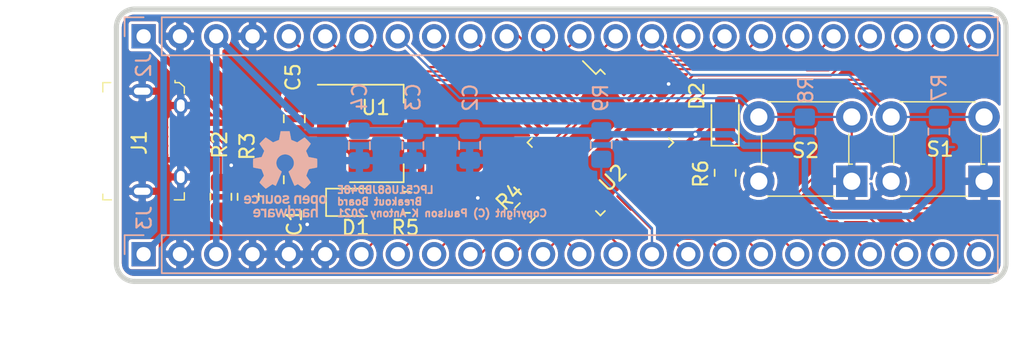
<source format=kicad_pcb>
(kicad_pcb (version 20171130) (host pcbnew "(5.1.10)-1")
  (layers (0 F.Cu signal) (31 B.Cu signal) (34 B.Paste user) (35 F.Paste user) (36 B.SilkS user) (37 F.SilkS user) (38 B.Mask user) (39 F.Mask user) (44 Edge.Cuts user))
  (net 0 "")
  (net 1 GND)
  (net 2 /VBUS)
  (net 3 +3V3)
  (net 4 "Net-(D1-Pad2)")
  (net 5 "Net-(D2-Pad1)")
  (net 6 "Net-(J1-Pad3)")
  (net 7 "Net-(J1-Pad4)")
  (net 8 "Net-(J1-Pad2)")
  (net 9 /PIO1_2)
  (net 10 /PIO1_1)
  (net 11 /PIO1_0)
  (net 12 /PIO0_31)
  (net 13 /PIO0_30)
  (net 14 /PIO0_29)
  (net 15 /PIO0_26)
  (net 16 /PIO0_25)
  (net 17 /PIO0_24)
  (net 18 /PIO0_23)
  (net 19 /~RESET~)
  (net 20 /PIO0_22)
  (net 21 /PIO0_21)
  (net 22 /PIO0_20)
  (net 23 /PIO0_19)
  (net 24 /PIO0_18)
  (net 25 /PIO0_17)
  (net 26 /PIO0_16)
  (net 27 /PIO0_15)
  (net 28 /PIO0_14)
  (net 29 /PIO0_13)
  (net 30 /PIO0_12)
  (net 31 /PIO0_11)
  (net 32 /PIO0_10)
  (net 33 /PIO0_9)
  (net 34 /PIO0_8)
  (net 35 /PIO0_7)
  (net 36 /PIO0_6)
  (net 37 /PIO0_5)
  (net 38 /PIO0_4)
  (net 39 /PIO0_1)
  (net 40 /PIO0_0)
  (net 41 /PIO1_8)
  (net 42 /PIO1_7)
  (net 43 /PIO1_6)
  (net 44 /PIO1_5)
  (net 45 /PIO1_4)
  (net 46 /PIO1_3)
  (net 47 /USB_DP)
  (net 48 /USB_DM)
  (net 49 /RTCXOUT)
  (module Symbol:OSHW-Logo_5.7x6mm_SilkScreen (layer B.Cu) (at 185.801 159.512 180)
    (fp_text reference REF** hide)
    (fp_text value OSHW-Logo_5.7x6mm_SilkScreen hide)
  )
  (module Resistor_SMD:R_0805_2012Metric_Pad1.20x1.40mm_HandSolder (layer F.Cu) (at 202.57262 162.20694 225)
    (fp_text reference R4 (at -0.028737 1.569749 45) (layer F.SilkS))
    (fp_text value 3K3)
    (pad 2 smd roundrect (at 1 0 225) (size 1.2 1.4) (layers F.Cu F.Paste F.Mask) (roundrect_rratio 0.208333) (net 43 /PIO1_6))
    (pad 1 smd roundrect (at -1 0 225) (size 1.2 1.4) (layers F.Cu F.Paste F.Mask) (roundrect_rratio 0.208333) (net 3 +3V3))
  )
  (module Capacitor_SMD:C_0805_2012Metric_Pad1.18x1.45mm_HandSolder (layer F.Cu) (at 186.436 159.893 270)
    (fp_text reference C1 (at 2.9757 -0.00762 270) (layer F.SilkS))
    (fp_text value 10uF)
    (pad 2 smd roundrect (at 1.0375 0 270) (size 1.175 1.45) (layers F.Cu F.Paste F.Mask) (roundrect_rratio 0.212766) (net 1 GND))
    (pad 1 smd roundrect (at -1.0375 0 270) (size 1.175 1.45) (layers F.Cu F.Paste F.Mask) (roundrect_rratio 0.212766) (net 2 /VBUS))
  )
  (module Capacitor_SMD:C_0805_2012Metric_Pad1.18x1.45mm_HandSolder (layer B.Cu) (at 198.70166 157.49778 270)
    (fp_text reference C2 (at -3.34264 -0.04064 270) (layer B.SilkS) (effects (justify mirror)))
    (fp_text value 1uF)
    (pad 1 smd roundrect (at -1.0375 0 270) (size 1.175 1.45) (layers B.Cu B.Paste B.Mask) (roundrect_rratio 0.212766) (net 3 +3V3))
    (pad 2 smd roundrect (at 1.0375 0 270) (size 1.175 1.45) (layers B.Cu B.Paste B.Mask) (roundrect_rratio 0.212766) (net 1 GND))
  )
  (module Capacitor_SMD:C_0805_2012Metric_Pad1.18x1.45mm_HandSolder (layer B.Cu) (at 194.73164 157.51302 270)
    (fp_text reference C3 (at -3.39598 -0.01524 270) (layer B.SilkS) (effects (justify mirror)))
    (fp_text value 1uF)
    (pad 1 smd roundrect (at -1.0375 0 270) (size 1.175 1.45) (layers B.Cu B.Paste B.Mask) (roundrect_rratio 0.212766) (net 3 +3V3))
    (pad 2 smd roundrect (at 1.0375 0 270) (size 1.175 1.45) (layers B.Cu B.Paste B.Mask) (roundrect_rratio 0.212766) (net 1 GND))
  )
  (module Capacitor_SMD:C_0805_2012Metric_Pad1.18x1.45mm_HandSolder (layer B.Cu) (at 190.99022 157.51302 270)
    (fp_text reference C4 (at -3.429 -0.01524 270) (layer B.SilkS) (effects (justify mirror)))
    (fp_text value 1uF)
    (pad 2 smd roundrect (at 1.0375 0 270) (size 1.175 1.45) (layers B.Cu B.Paste B.Mask) (roundrect_rratio 0.212766) (net 1 GND))
    (pad 1 smd roundrect (at -1.0375 0 270) (size 1.175 1.45) (layers B.Cu B.Paste B.Mask) (roundrect_rratio 0.212766) (net 3 +3V3))
  )
  (module Capacitor_SMD:C_0805_2012Metric_Pad1.18x1.45mm_HandSolder (layer F.Cu) (at 186.436 155.62462 90)
    (fp_text reference C5 (at 2.8995 -0.0889 90) (layer F.SilkS))
    (fp_text value 22uF)
    (pad 1 smd roundrect (at -1.0375 0 90) (size 1.175 1.45) (layers F.Cu F.Paste F.Mask) (roundrect_rratio 0.212766) (net 3 +3V3))
    (pad 2 smd roundrect (at 1.0375 0 90) (size 1.175 1.45) (layers F.Cu F.Paste F.Mask) (roundrect_rratio 0.212766) (net 1 GND))
  )
  (module digikey-footprints:USB_Micro_B_Female_10118194-0001LF (layer F.Cu) (at 178.492 157.199 270)
    (fp_text reference J1 (at 0.1 2.9 90) (layer F.SilkS))
    (fp_text value 10118194-0001LF)
    (pad 3 smd rect (at 0 0 270) (size 0.4 1.35) (layers F.Cu F.Paste F.Mask) (net 6 "Net-(J1-Pad3)"))
    (pad 4 smd rect (at 0.65 0 270) (size 0.4 1.35) (layers F.Cu F.Paste F.Mask) (net 7 "Net-(J1-Pad4)"))
    (pad 5 smd rect (at 1.3 0 270) (size 0.4 1.35) (layers F.Cu F.Paste F.Mask) (net 1 GND))
    (pad 2 smd rect (at -0.65 0 270) (size 0.4 1.35) (layers F.Cu F.Paste F.Mask) (net 8 "Net-(J1-Pad2)"))
    (pad 1 smd rect (at -1.3 0 270) (size 0.4 1.35) (layers F.Cu F.Paste F.Mask) (net 2 /VBUS))
    (pad SH thru_hole oval (at 2.5 0 270) (size 1.25 0.95) (drill oval 0.85 0.55) (layers *.Cu *.Mask) (net 1 GND))
    (pad SH thru_hole oval (at -2.5 0 270) (size 1.25 0.95) (drill oval 0.85 0.55) (layers *.Cu *.Mask) (net 1 GND))
    (pad SH thru_hole oval (at -3.5 2.7 270) (size 1 1.55) (drill oval 0.5 1.15) (layers *.Cu *.Mask) (net 1 GND))
    (pad SH thru_hole oval (at 3.5 2.7 270) (size 1 1.55) (drill oval 0.5 1.15) (layers *.Cu *.Mask) (net 1 GND))
  )
  (module Connector_PinHeader_2.54mm:PinHeader_1x24_P2.54mm_Vertical (layer B.Cu) (at 175.895 149.86 270)
    (fp_text reference J2 (at 2.03454 0 270) (layer B.SilkS) (effects (justify mirror)))
    (fp_text value Conn_01x24)
    (pad 1 thru_hole rect (at 0 0 270) (size 1.7 1.7) (drill 1) (layers *.Cu *.Mask) (net 2 /VBUS))
    (pad 2 thru_hole oval (at 0 -2.54 270) (size 1.7 1.7) (drill 1) (layers *.Cu *.Mask) (net 1 GND))
    (pad 3 thru_hole oval (at 0 -5.08 270) (size 1.7 1.7) (drill 1) (layers *.Cu *.Mask) (net 3 +3V3))
    (pad 4 thru_hole oval (at 0 -7.62 270) (size 1.7 1.7) (drill 1) (layers *.Cu *.Mask) (net 1 GND))
    (pad 5 thru_hole oval (at 0 -10.16 270) (size 1.7 1.7) (drill 1) (layers *.Cu *.Mask) (net 9 /PIO1_2))
    (pad 6 thru_hole oval (at 0 -12.7 270) (size 1.7 1.7) (drill 1) (layers *.Cu *.Mask) (net 10 /PIO1_1))
    (pad 7 thru_hole oval (at 0 -15.24 270) (size 1.7 1.7) (drill 1) (layers *.Cu *.Mask) (net 11 /PIO1_0))
    (pad 8 thru_hole oval (at 0 -17.78 270) (size 1.7 1.7) (drill 1) (layers *.Cu *.Mask) (net 12 /PIO0_31))
    (pad 9 thru_hole oval (at 0 -20.32 270) (size 1.7 1.7) (drill 1) (layers *.Cu *.Mask) (net 13 /PIO0_30))
    (pad 10 thru_hole oval (at 0 -22.86 270) (size 1.7 1.7) (drill 1) (layers *.Cu *.Mask) (net 14 /PIO0_29))
    (pad 11 thru_hole oval (at 0 -25.4 270) (size 1.7 1.7) (drill 1) (layers *.Cu *.Mask) (net 15 /PIO0_26))
    (pad 12 thru_hole oval (at 0 -27.94 270) (size 1.7 1.7) (drill 1) (layers *.Cu *.Mask) (net 16 /PIO0_25))
    (pad 13 thru_hole oval (at 0 -30.48 270) (size 1.7 1.7) (drill 1) (layers *.Cu *.Mask) (net 17 /PIO0_24))
    (pad 14 thru_hole oval (at 0 -33.02 270) (size 1.7 1.7) (drill 1) (layers *.Cu *.Mask) (net 18 /PIO0_23))
    (pad 15 thru_hole oval (at 0 -35.56 270) (size 1.7 1.7) (drill 1) (layers *.Cu *.Mask) (net 19 /~RESET~))
    (pad 16 thru_hole oval (at 0 -38.1 270) (size 1.7 1.7) (drill 1) (layers *.Cu *.Mask) (net 20 /PIO0_22))
    (pad 17 thru_hole oval (at 0 -40.64 270) (size 1.7 1.7) (drill 1) (layers *.Cu *.Mask) (net 21 /PIO0_21))
    (pad 18 thru_hole oval (at 0 -43.18 270) (size 1.7 1.7) (drill 1) (layers *.Cu *.Mask) (net 22 /PIO0_20))
    (pad 19 thru_hole oval (at 0 -45.72 270) (size 1.7 1.7) (drill 1) (layers *.Cu *.Mask) (net 23 /PIO0_19))
    (pad 20 thru_hole oval (at 0 -48.26 270) (size 1.7 1.7) (drill 1) (layers *.Cu *.Mask) (net 24 /PIO0_18))
    (pad 21 thru_hole oval (at 0 -50.8 270) (size 1.7 1.7) (drill 1) (layers *.Cu *.Mask) (net 25 /PIO0_17))
    (pad 22 thru_hole oval (at 0 -53.34 270) (size 1.7 1.7) (drill 1) (layers *.Cu *.Mask) (net 26 /PIO0_16))
    (pad 23 thru_hole oval (at 0 -55.88 270) (size 1.7 1.7) (drill 1) (layers *.Cu *.Mask) (net 27 /PIO0_15))
    (pad 24 thru_hole oval (at 0 -58.42 270) (size 1.7 1.7) (drill 1) (layers *.Cu *.Mask) (net 28 /PIO0_14))
  )
  (module Connector_PinHeader_2.54mm:PinHeader_1x24_P2.54mm_Vertical (layer B.Cu) (at 175.895 165.1 270)
    (fp_text reference J3 (at -2.53238 -0.04318 270) (layer B.SilkS) (effects (justify mirror)))
    (fp_text value Conn_01x24)
    (pad 24 thru_hole oval (at 0 -58.42 270) (size 1.7 1.7) (drill 1) (layers *.Cu *.Mask) (net 29 /PIO0_13))
    (pad 23 thru_hole oval (at 0 -55.88 270) (size 1.7 1.7) (drill 1) (layers *.Cu *.Mask) (net 30 /PIO0_12))
    (pad 22 thru_hole oval (at 0 -53.34 270) (size 1.7 1.7) (drill 1) (layers *.Cu *.Mask) (net 31 /PIO0_11))
    (pad 21 thru_hole oval (at 0 -50.8 270) (size 1.7 1.7) (drill 1) (layers *.Cu *.Mask) (net 32 /PIO0_10))
    (pad 20 thru_hole oval (at 0 -48.26 270) (size 1.7 1.7) (drill 1) (layers *.Cu *.Mask) (net 33 /PIO0_9))
    (pad 19 thru_hole oval (at 0 -45.72 270) (size 1.7 1.7) (drill 1) (layers *.Cu *.Mask) (net 34 /PIO0_8))
    (pad 18 thru_hole oval (at 0 -43.18 270) (size 1.7 1.7) (drill 1) (layers *.Cu *.Mask) (net 35 /PIO0_7))
    (pad 17 thru_hole oval (at 0 -40.64 270) (size 1.7 1.7) (drill 1) (layers *.Cu *.Mask) (net 36 /PIO0_6))
    (pad 16 thru_hole oval (at 0 -38.1 270) (size 1.7 1.7) (drill 1) (layers *.Cu *.Mask) (net 37 /PIO0_5))
    (pad 15 thru_hole oval (at 0 -35.56 270) (size 1.7 1.7) (drill 1) (layers *.Cu *.Mask) (net 38 /PIO0_4))
    (pad 14 thru_hole oval (at 0 -33.02 270) (size 1.7 1.7) (drill 1) (layers *.Cu *.Mask) (net 39 /PIO0_1))
    (pad 13 thru_hole oval (at 0 -30.48 270) (size 1.7 1.7) (drill 1) (layers *.Cu *.Mask) (net 40 /PIO0_0))
    (pad 12 thru_hole oval (at 0 -27.94 270) (size 1.7 1.7) (drill 1) (layers *.Cu *.Mask) (net 41 /PIO1_8))
    (pad 11 thru_hole oval (at 0 -25.4 270) (size 1.7 1.7) (drill 1) (layers *.Cu *.Mask) (net 42 /PIO1_7))
    (pad 10 thru_hole oval (at 0 -22.86 270) (size 1.7 1.7) (drill 1) (layers *.Cu *.Mask) (net 43 /PIO1_6))
    (pad 9 thru_hole oval (at 0 -20.32 270) (size 1.7 1.7) (drill 1) (layers *.Cu *.Mask) (net 44 /PIO1_5))
    (pad 8 thru_hole oval (at 0 -17.78 270) (size 1.7 1.7) (drill 1) (layers *.Cu *.Mask) (net 45 /PIO1_4))
    (pad 7 thru_hole oval (at 0 -15.24 270) (size 1.7 1.7) (drill 1) (layers *.Cu *.Mask) (net 46 /PIO1_3))
    (pad 6 thru_hole oval (at 0 -12.7 270) (size 1.7 1.7) (drill 1) (layers *.Cu *.Mask) (net 1 GND))
    (pad 5 thru_hole oval (at 0 -10.16 270) (size 1.7 1.7) (drill 1) (layers *.Cu *.Mask) (net 1 GND))
    (pad 4 thru_hole oval (at 0 -7.62 270) (size 1.7 1.7) (drill 1) (layers *.Cu *.Mask) (net 1 GND))
    (pad 3 thru_hole oval (at 0 -5.08 270) (size 1.7 1.7) (drill 1) (layers *.Cu *.Mask) (net 3 +3V3))
    (pad 2 thru_hole oval (at 0 -2.54 270) (size 1.7 1.7) (drill 1) (layers *.Cu *.Mask) (net 1 GND))
    (pad 1 thru_hole rect (at 0 0 270) (size 1.7 1.7) (drill 1) (layers *.Cu *.Mask) (net 2 /VBUS))
  )
  (module Resistor_SMD:R_0805_2012Metric_Pad1.20x1.40mm_HandSolder (layer F.Cu) (at 181.30012 161.08756 90)
    (fp_text reference R2 (at 3.64312 -0.08128 90) (layer F.SilkS))
    (fp_text value 33)
    (pad 2 smd roundrect (at 1 0 90) (size 1.2 1.4) (layers F.Cu F.Paste F.Mask) (roundrect_rratio 0.208333) (net 6 "Net-(J1-Pad3)"))
    (pad 1 smd roundrect (at -1 0 90) (size 1.2 1.4) (layers F.Cu F.Paste F.Mask) (roundrect_rratio 0.208333) (net 47 /USB_DP))
  )
  (module Resistor_SMD:R_0805_2012Metric_Pad1.20x1.40mm_HandSolder (layer F.Cu) (at 183.20512 161.08756 90)
    (fp_text reference R3 (at 3.53136 -0.06858 90) (layer F.SilkS))
    (fp_text value 33)
    (pad 1 smd roundrect (at -1 0 90) (size 1.2 1.4) (layers F.Cu F.Paste F.Mask) (roundrect_rratio 0.208333) (net 48 /USB_DM))
    (pad 2 smd roundrect (at 1 0 90) (size 1.2 1.4) (layers F.Cu F.Paste F.Mask) (roundrect_rratio 0.208333) (net 8 "Net-(J1-Pad2)"))
  )
  (module Resistor_SMD:R_0805_2012Metric_Pad1.20x1.40mm_HandSolder (layer F.Cu) (at 194.30238 161.47288)
    (fp_text reference R5 (at -0.09906 1.77038) (layer F.SilkS))
    (fp_text value 330)
    (pad 2 smd roundrect (at 1 0) (size 1.2 1.4) (layers F.Cu F.Paste F.Mask) (roundrect_rratio 0.208333) (net 3 +3V3))
    (pad 1 smd roundrect (at -1 0) (size 1.2 1.4) (layers F.Cu F.Paste F.Mask) (roundrect_rratio 0.208333) (net 4 "Net-(D1-Pad2)"))
  )
  (module Resistor_SMD:R_0805_2012Metric_Pad1.20x1.40mm_HandSolder (layer F.Cu) (at 216.5731 159.4104 90)
    (fp_text reference R6 (at -0.06604 -1.70942 90) (layer F.SilkS))
    (fp_text value 330)
    (pad 2 smd roundrect (at 1 0 90) (size 1.2 1.4) (layers F.Cu F.Paste F.Mask) (roundrect_rratio 0.208333) (net 5 "Net-(D2-Pad1)"))
    (pad 1 smd roundrect (at -1 0 90) (size 1.2 1.4) (layers F.Cu F.Paste F.Mask) (roundrect_rratio 0.208333) (net 12 /PIO0_31))
  )
  (module Resistor_SMD:R_0805_2012Metric_Pad1.20x1.40mm_HandSolder (layer B.Cu) (at 231.52354 156.52242 90)
    (fp_text reference R7 (at 3.08102 0.02032 90) (layer B.SilkS) (effects (justify mirror)))
    (fp_text value 3K3)
    (pad 1 smd roundrect (at -1 0 90) (size 1.2 1.4) (layers B.Cu B.Paste B.Mask) (roundrect_rratio 0.208333) (net 3 +3V3))
    (pad 2 smd roundrect (at 1 0 90) (size 1.2 1.4) (layers B.Cu B.Paste B.Mask) (roundrect_rratio 0.208333) (net 19 /~RESET~))
  )
  (module Resistor_SMD:R_0805_2012Metric_Pad1.20x1.40mm_HandSolder (layer B.Cu) (at 222.15348 156.50972 90)
    (fp_text reference R8 (at 2.91592 0.0635 90) (layer B.SilkS) (effects (justify mirror)))
    (fp_text value 3K3)
    (pad 2 smd roundrect (at 1 0 90) (size 1.2 1.4) (layers B.Cu B.Paste B.Mask) (roundrect_rratio 0.208333) (net 12 /PIO0_31))
    (pad 1 smd roundrect (at -1 0 90) (size 1.2 1.4) (layers B.Cu B.Paste B.Mask) (roundrect_rratio 0.208333) (net 3 +3V3))
  )
  (module Resistor_SMD:R_0805_2012Metric_Pad1.20x1.40mm_HandSolder (layer B.Cu) (at 207.90662 157.45968 270)
    (fp_text reference R9 (at -3.29438 0.03556 90) (layer B.SilkS) (effects (justify mirror)))
    (fp_text value 3K3)
    (pad 1 smd roundrect (at -1 0 270) (size 1.2 1.4) (layers B.Cu B.Paste B.Mask) (roundrect_rratio 0.208333) (net 3 +3V3))
    (pad 2 smd roundrect (at 1 0 270) (size 1.2 1.4) (layers B.Cu B.Paste B.Mask) (roundrect_rratio 0.208333) (net 38 /PIO0_4))
  )
  (module digikey-footprints:Switch_Tactile_THT_6x6mm (layer F.Cu) (at 234.6833 160.00222 180)
    (fp_text reference S1 (at 3.07848 2.24282) (layer F.SilkS))
    (fp_text value 1825910-6)
    (pad 3 thru_hole circle (at 0 4.5 180) (size 2.2 2.2) (drill 1.2) (layers *.Cu *.Mask) (net 19 /~RESET~))
    (pad 4 thru_hole circle (at 6.5 4.5 180) (size 2.2 2.2) (drill 1.2) (layers *.Cu *.Mask) (net 19 /~RESET~))
    (pad 2 thru_hole circle (at 6.5 0 180) (size 2.2 2.2) (drill 1.2) (layers *.Cu *.Mask) (net 1 GND))
    (pad 1 thru_hole rect (at 0 0 180) (size 2.2 2.2) (drill 1.2) (layers *.Cu *.Mask) (net 1 GND))
  )
  (module digikey-footprints:Switch_Tactile_THT_6x6mm (layer F.Cu) (at 225.42754 159.99968 180)
    (fp_text reference S2 (at 3.23088 2.14884) (layer F.SilkS))
    (fp_text value 1825910-6)
    (pad 1 thru_hole rect (at 0 0 180) (size 2.2 2.2) (drill 1.2) (layers *.Cu *.Mask) (net 1 GND))
    (pad 2 thru_hole circle (at 6.5 0 180) (size 2.2 2.2) (drill 1.2) (layers *.Cu *.Mask) (net 1 GND))
    (pad 4 thru_hole circle (at 6.5 4.5 180) (size 2.2 2.2) (drill 1.2) (layers *.Cu *.Mask) (net 12 /PIO0_31))
    (pad 3 thru_hole circle (at 0 4.5 180) (size 2.2 2.2) (drill 1.2) (layers *.Cu *.Mask) (net 12 /PIO0_31))
  )
  (module Package_TO_SOT_SMD:SOT-223-3_TabPin2 (layer F.Cu) (at 192.1762 156.65496)
    (fp_text reference U1 (at -0.0506 -1.8064) (layer F.SilkS))
    (fp_text value AZ1117-3.3)
    (pad 2 smd rect (at 3.15 0) (size 2 3.8) (layers F.Cu F.Paste F.Mask) (net 3 +3V3))
    (pad 2 smd rect (at -3.15 0) (size 2 1.5) (layers F.Cu F.Paste F.Mask) (net 3 +3V3))
    (pad 3 smd rect (at -3.15 2.3) (size 2 1.5) (layers F.Cu F.Paste F.Mask) (net 2 /VBUS))
    (pad 1 smd rect (at -3.15 -2.3) (size 2 1.5) (layers F.Cu F.Paste F.Mask) (net 1 GND))
  )
  (module Package_QFP:LQFP-48_7x7mm_P0.5mm (layer F.Cu) (at 207.8482 157.2895 315)
    (fp_text reference U2 (at 2.372584 1.133308 225) (layer F.SilkS))
    (fp_text value LPC51U68JBD48)
    (pad 1 smd roundrect (at -4.1625 -2.75 315) (size 1.475 0.3) (layers F.Cu F.Paste F.Mask) (net 18 /PIO0_23))
    (pad 2 smd roundrect (at -4.1625 -2.25 315) (size 1.475 0.3) (layers F.Cu F.Paste F.Mask) (net 17 /PIO0_24))
    (pad 3 smd roundrect (at -4.1625 -1.75 315) (size 1.475 0.3) (layers F.Cu F.Paste F.Mask) (net 16 /PIO0_25))
    (pad 4 smd roundrect (at -4.1625 -1.25 315) (size 1.475 0.3) (layers F.Cu F.Paste F.Mask) (net 15 /PIO0_26))
    (pad 5 smd roundrect (at -4.1625 -0.75 315) (size 1.475 0.3) (layers F.Cu F.Paste F.Mask) (net 47 /USB_DP))
    (pad 6 smd roundrect (at -4.1625 -0.25 315) (size 1.475 0.3) (layers F.Cu F.Paste F.Mask) (net 48 /USB_DM))
    (pad 7 smd roundrect (at -4.1625 0.25 315) (size 1.475 0.3) (layers F.Cu F.Paste F.Mask) (net 14 /PIO0_29))
    (pad 8 smd roundrect (at -4.1625 0.75 315) (size 1.475 0.3) (layers F.Cu F.Paste F.Mask) (net 13 /PIO0_30))
    (pad 9 smd roundrect (at -4.1625 1.25 315) (size 1.475 0.3) (layers F.Cu F.Paste F.Mask) (net 12 /PIO0_31))
    (pad 10 smd roundrect (at -4.1625 1.75 315) (size 1.475 0.3) (layers F.Cu F.Paste F.Mask) (net 11 /PIO1_0))
    (pad 11 smd roundrect (at -4.1625 2.25 315) (size 1.475 0.3) (layers F.Cu F.Paste F.Mask) (net 10 /PIO1_1))
    (pad 12 smd roundrect (at -4.1625 2.75 315) (size 1.475 0.3) (layers F.Cu F.Paste F.Mask) (net 9 /PIO1_2))
    (pad 13 smd roundrect (at -2.75 4.1625 315) (size 0.3 1.475) (layers F.Cu F.Paste F.Mask) (net 46 /PIO1_3))
    (pad 14 smd roundrect (at -2.25 4.1625 315) (size 0.3 1.475) (layers F.Cu F.Paste F.Mask) (net 45 /PIO1_4))
    (pad 15 smd roundrect (at -1.75 4.1625 315) (size 0.3 1.475) (layers F.Cu F.Paste F.Mask) (net 44 /PIO1_5))
    (pad 16 smd roundrect (at -1.25 4.1625 315) (size 0.3 1.475) (layers F.Cu F.Paste F.Mask) (net 1 GND))
    (pad 17 smd roundrect (at -0.75 4.1625 315) (size 0.3 1.475) (layers F.Cu F.Paste F.Mask) (net 3 +3V3))
    (pad 18 smd roundrect (at -0.25 4.1625 315) (size 0.3 1.475) (layers F.Cu F.Paste F.Mask) (net 3 +3V3))
    (pad 19 smd roundrect (at 0.25 4.1625 315) (size 0.3 1.475) (layers F.Cu F.Paste F.Mask) (net 1 GND))
    (pad 20 smd roundrect (at 0.75 4.1625 315) (size 0.3 1.475) (layers F.Cu F.Paste F.Mask) (net 43 /PIO1_6))
    (pad 21 smd roundrect (at 1.25 4.1625 315) (size 0.3 1.475) (layers F.Cu F.Paste F.Mask) (net 42 /PIO1_7))
    (pad 22 smd roundrect (at 1.75 4.1625 315) (size 0.3 1.475) (layers F.Cu F.Paste F.Mask) (net 41 /PIO1_8))
    (pad 23 smd roundrect (at 2.25 4.1625 315) (size 0.3 1.475) (layers F.Cu F.Paste F.Mask) (net 40 /PIO0_0))
    (pad 24 smd roundrect (at 2.75 4.1625 315) (size 0.3 1.475) (layers F.Cu F.Paste F.Mask) (net 39 /PIO0_1))
    (pad 25 smd roundrect (at 4.1625 2.75 315) (size 1.475 0.3) (layers F.Cu F.Paste F.Mask) (net 1 GND))
    (pad 26 smd roundrect (at 4.1625 2.25 315) (size 1.475 0.3) (layers F.Cu F.Paste F.Mask) (net 49 /RTCXOUT))
    (pad 27 smd roundrect (at 4.1625 1.75 315) (size 1.475 0.3) (layers F.Cu F.Paste F.Mask) (net 38 /PIO0_4))
    (pad 28 smd roundrect (at 4.1625 1.25 315) (size 1.475 0.3) (layers F.Cu F.Paste F.Mask) (net 37 /PIO0_5))
    (pad 29 smd roundrect (at 4.1625 0.75 315) (size 1.475 0.3) (layers F.Cu F.Paste F.Mask) (net 36 /PIO0_6))
    (pad 30 smd roundrect (at 4.1625 0.25 315) (size 1.475 0.3) (layers F.Cu F.Paste F.Mask) (net 35 /PIO0_7))
    (pad 31 smd roundrect (at 4.1625 -0.25 315) (size 1.475 0.3) (layers F.Cu F.Paste F.Mask) (net 34 /PIO0_8))
    (pad 32 smd roundrect (at 4.1625 -0.75 315) (size 1.475 0.3) (layers F.Cu F.Paste F.Mask) (net 33 /PIO0_9))
    (pad 33 smd roundrect (at 4.1625 -1.25 315) (size 1.475 0.3) (layers F.Cu F.Paste F.Mask) (net 32 /PIO0_10))
    (pad 34 smd roundrect (at 4.1625 -1.75 315) (size 1.475 0.3) (layers F.Cu F.Paste F.Mask) (net 31 /PIO0_11))
    (pad 35 smd roundrect (at 4.1625 -2.25 315) (size 1.475 0.3) (layers F.Cu F.Paste F.Mask) (net 30 /PIO0_12))
    (pad 36 smd roundrect (at 4.1625 -2.75 315) (size 1.475 0.3) (layers F.Cu F.Paste F.Mask) (net 29 /PIO0_13))
    (pad 37 smd roundrect (at 2.75 -4.1625 315) (size 0.3 1.475) (layers F.Cu F.Paste F.Mask) (net 28 /PIO0_14))
    (pad 38 smd roundrect (at 2.25 -4.1625 315) (size 0.3 1.475) (layers F.Cu F.Paste F.Mask) (net 27 /PIO0_15))
    (pad 39 smd roundrect (at 1.75 -4.1625 315) (size 0.3 1.475) (layers F.Cu F.Paste F.Mask) (net 26 /PIO0_16))
    (pad 40 smd roundrect (at 1.25 -4.1625 315) (size 0.3 1.475) (layers F.Cu F.Paste F.Mask) (net 25 /PIO0_17))
    (pad 41 smd roundrect (at 0.75 -4.1625 315) (size 0.3 1.475) (layers F.Cu F.Paste F.Mask) (net 1 GND))
    (pad 42 smd roundrect (at 0.25 -4.1625 315) (size 0.3 1.475) (layers F.Cu F.Paste F.Mask) (net 3 +3V3))
    (pad 43 smd roundrect (at -0.25 -4.1625 315) (size 0.3 1.475) (layers F.Cu F.Paste F.Mask) (net 24 /PIO0_18))
    (pad 44 smd roundrect (at -0.75 -4.1625 315) (size 0.3 1.475) (layers F.Cu F.Paste F.Mask) (net 23 /PIO0_19))
    (pad 45 smd roundrect (at -1.25 -4.1625 315) (size 0.3 1.475) (layers F.Cu F.Paste F.Mask) (net 22 /PIO0_20))
    (pad 46 smd roundrect (at -1.75 -4.1625 315) (size 0.3 1.475) (layers F.Cu F.Paste F.Mask) (net 21 /PIO0_21))
    (pad 47 smd roundrect (at -2.25 -4.1625 315) (size 0.3 1.475) (layers F.Cu F.Paste F.Mask) (net 20 /PIO0_22))
    (pad 48 smd roundrect (at -2.75 -4.1625 315) (size 0.3 1.475) (layers F.Cu F.Paste F.Mask) (net 19 /~RESET~))
  )
  (module LED_SMD:LED_0805_2012Metric_Pad1.15x1.40mm_HandSolder (layer F.Cu) (at 190.51894 161.47288)
    (fp_text reference D1 (at 0.20966 1.77038) (layer F.SilkS))
    (fp_text value LED)
    (pad 1 smd roundrect (at -1.025 0) (size 1.15 1.4) (layers F.Cu F.Paste F.Mask) (roundrect_rratio 0.217391) (net 1 GND))
    (pad 2 smd roundrect (at 1.025 0) (size 1.15 1.4) (layers F.Cu F.Paste F.Mask) (roundrect_rratio 0.217391) (net 4 "Net-(D1-Pad2)"))
  )
  (module LED_SMD:LED_0805_2012Metric_Pad1.15x1.40mm_HandSolder (layer F.Cu) (at 216.5731 155.65628 90)
    (fp_text reference D2 (at 1.61798 -1.9812 90) (layer F.SilkS))
    (fp_text value LED)
    (pad 2 smd roundrect (at 1.025 0 90) (size 1.15 1.4) (layers F.Cu F.Paste F.Mask) (roundrect_rratio 0.217391) (net 3 +3V3))
    (pad 1 smd roundrect (at -1.025 0 90) (size 1.15 1.4) (layers F.Cu F.Paste F.Mask) (roundrect_rratio 0.217391) (net 5 "Net-(D2-Pad1)"))
  )
  (gr_text "LPC51U68JBD48E\nBreakout Board\nCopyright (C) Paulson K Antony 2021" (at 189.357 161.417) (layer B.SilkS) (effects (font (size 0.508 0.508) (thickness 0.127)) (justify right mirror)))
  (gr_arc (start 234.95 165.735) (end 234.95 167.005) (angle -90) (layer Edge.Cuts) (width 0.3556))
  (gr_arc (start 234.95 149.225) (end 236.22 149.225) (angle -90) (layer Edge.Cuts) (width 0.3556))
  (gr_arc (start 175.26 149.225) (end 175.26 147.955) (angle -90) (layer Edge.Cuts) (width 0.3556))
  (gr_arc (start 175.26 165.735) (end 173.99 165.735) (angle -90) (layer Edge.Cuts) (width 0.3556))
  (gr_line (start 236.22 149.225) (end 236.22 165.735) (layer Edge.Cuts) (width 0.3556))
  (gr_line (start 175.26 147.955) (end 234.95 147.955) (layer Edge.Cuts) (width 0.3556))
  (gr_line (start 173.99 165.735) (end 173.99 149.225) (layer Edge.Cuts) (width 0.3556))
  (gr_line (start 234.95 167.005) (end 175.26 167.005) (layer Edge.Cuts) (width 0.3556))
  (via (at 212.61832 153.19502) (size 0.508) (drill 0.254) (layers F.Cu B.Cu) (net 1))
  (via (at 199.27062 161.16554) (size 0.508) (drill 0.254) (layers F.Cu B.Cu) (net 1))
  (via (at 182.02402 158.88208) (size 0.508) (drill 0.254) (layers F.Cu B.Cu) (net 1))
  (via (at 187.3377 163.0172) (size 0.508) (drill 0.254) (layers F.Cu B.Cu) (net 1))
  (segment (start 185.87896 158.95496) (end 189.0262 158.95496) (width 0.4572) (layer F.Cu) (net 2))
  (segment (start 181.934 155.899) (end 182.06085 156.02585) (width 0.4572) (layer F.Cu) (net 2))
  (segment (start 178.492 155.899) (end 181.934 155.899) (width 0.4572) (layer F.Cu) (net 2))
  (segment (start 175.895 149.86) (end 182.06085 156.02585) (width 0.4572) (layer F.Cu) (net 2))
  (segment (start 177.292 151.257) (end 177.292 163.703) (width 0.4572) (layer B.Cu) (net 2))
  (segment (start 177.292 163.703) (end 175.895 165.1) (width 0.4572) (layer B.Cu) (net 2))
  (segment (start 175.895 149.86) (end 177.292 151.257) (width 0.4572) (layer B.Cu) (net 2))
  (segment (start 186.4145 158.877) (end 186.436 158.8555) (width 0.4572) (layer F.Cu) (net 2))
  (segment (start 184.912 158.877) (end 186.4145 158.877) (width 0.4572) (layer F.Cu) (net 2))
  (segment (start 182.06085 156.02585) (end 184.912 158.877) (width 0.4572) (layer F.Cu) (net 2))
  (segment (start 203.284313 161.499833) (end 204.728091 160.056055) (width 0.3048) (layer F.Cu) (net 3))
  (segment (start 203.279727 161.499833) (end 203.284313 161.499833) (width 0.3048) (layer F.Cu) (net 3))
  (segment (start 204.374538 159.702502) (end 204.728091 160.056055) (width 0.3048) (layer F.Cu) (net 3))
  (segment (start 180.975 149.86) (end 180.975 165.1) (width 0.4572) (layer B.Cu) (net 3))
  (segment (start 187.124074 156.65496) (end 195.3262 156.65496) (width 0.4572) (layer F.Cu) (net 3))
  (segment (start 180.975 151.394886) (end 186.235074 156.65496) (width 0.4572) (layer F.Cu) (net 3))
  (segment (start 180.975 149.86) (end 180.975 151.394886) (width 0.4572) (layer F.Cu) (net 3))
  (segment (start 194.41338 156.67878) (end 194.4372 156.65496) (width 0.4572) (layer F.Cu) (net 3))
  (segment (start 195.30238 161.47288) (end 195.30238 156.67878) (width 0.4572) (layer F.Cu) (net 3))
  (segment (start 207.603866 157.18028) (end 208.310974 157.18028) (width 0.3048) (layer F.Cu) (net 3))
  (segment (start 204.728091 160.056055) (end 207.603866 157.18028) (width 0.3048) (layer F.Cu) (net 3))
  (segment (start 209.004147 156.487107) (end 210.968309 154.522945) (width 0.3048) (layer F.Cu) (net 3))
  (segment (start 208.310974 157.18028) (end 209.004147 156.487107) (width 0.3048) (layer F.Cu) (net 3))
  (segment (start 191.54394 161.47288) (end 193.30238 161.47288) (width 0.4572) (layer F.Cu) (net 4))
  (segment (start 216.5731 156.68128) (end 216.5731 158.4104) (width 0.1524) (layer F.Cu) (net 5))
  (segment (start 199.595436 152.925824) (end 202.960324 156.290712) (width 0.1524) (layer F.Cu) (net 9))
  (segment (start 189.120824 152.925824) (end 199.595436 152.925824) (width 0.1524) (layer F.Cu) (net 9))
  (segment (start 186.055 149.86) (end 189.120824 152.925824) (width 0.1524) (layer F.Cu) (net 9))
  (segment (start 188.595 149.86) (end 191.356013 152.621013) (width 0.1524) (layer F.Cu) (net 10))
  (segment (start 200.002824 152.626104) (end 203.313878 155.937158) (width 0.1524) (layer F.Cu) (net 10))
  (segment (start 199.796836 152.626104) (end 200.002824 152.626104) (width 0.1524) (layer F.Cu) (net 10))
  (segment (start 199.791745 152.621013) (end 199.796836 152.626104) (width 0.1524) (layer F.Cu) (net 10))
  (segment (start 191.356013 152.621013) (end 199.791745 152.621013) (width 0.1524) (layer F.Cu) (net 10))
  (segment (start 199.918001 152.316202) (end 199.923092 152.321293) (width 0.1524) (layer F.Cu) (net 11))
  (segment (start 191.135 149.86) (end 193.591202 152.316202) (width 0.1524) (layer F.Cu) (net 11))
  (segment (start 193.591202 152.316202) (end 199.918001 152.316202) (width 0.1524) (layer F.Cu) (net 11))
  (segment (start 200.405119 152.321293) (end 203.667431 155.583605) (width 0.1524) (layer F.Cu) (net 11))
  (segment (start 199.923092 152.321293) (end 200.405119 152.321293) (width 0.1524) (layer F.Cu) (net 11))
  (segment (start 200.807416 152.016482) (end 204.020985 155.230051) (width 0.1524) (layer F.Cu) (net 12))
  (segment (start 195.826391 152.011391) (end 200.044257 152.011391) (width 0.1524) (layer F.Cu) (net 12))
  (segment (start 200.049348 152.016482) (end 200.807416 152.016482) (width 0.1524) (layer F.Cu) (net 12))
  (segment (start 200.044257 152.011391) (end 200.049348 152.016482) (width 0.1524) (layer F.Cu) (net 12))
  (segment (start 193.675 149.86) (end 195.826391 152.011391) (width 0.1524) (layer F.Cu) (net 12))
  (segment (start 225.42754 157.05582) (end 225.42754 155.49968) (width 0.1524) (layer F.Cu) (net 12))
  (segment (start 217.72702 161.56432) (end 220.91904 161.56432) (width 0.1524) (layer F.Cu) (net 12))
  (segment (start 220.91904 161.56432) (end 225.42754 157.05582) (width 0.1524) (layer F.Cu) (net 12))
  (segment (start 216.5731 160.4104) (end 217.72702 161.56432) (width 0.1524) (layer F.Cu) (net 12))
  (segment (start 218.92754 155.49968) (end 225.42754 155.49968) (width 0.1524) (layer B.Cu) (net 12))
  (segment (start 198.06158 151.70658) (end 200.170513 151.70658) (width 0.1524) (layer F.Cu) (net 13))
  (segment (start 201.209711 151.711671) (end 204.374538 154.876498) (width 0.1524) (layer F.Cu) (net 13))
  (segment (start 200.170513 151.70658) (end 200.175604 151.711671) (width 0.1524) (layer F.Cu) (net 13))
  (segment (start 200.175604 151.711671) (end 201.209711 151.711671) (width 0.1524) (layer F.Cu) (net 13))
  (segment (start 196.215 149.86) (end 198.06158 151.70658) (width 0.1524) (layer F.Cu) (net 13))
  (segment (start 201.612006 151.40686) (end 204.728091 154.522945) (width 0.1524) (layer F.Cu) (net 14))
  (segment (start 200.30186 151.40686) (end 201.612006 151.40686) (width 0.1524) (layer F.Cu) (net 14))
  (segment (start 198.755 149.86) (end 200.30186 151.40686) (width 0.1524) (layer F.Cu) (net 14))
  (segment (start 205.748185 153.462285) (end 205.788751 153.462285) (width 0.1524) (layer F.Cu) (net 15))
  (segment (start 202.1459 149.86) (end 205.748185 153.462285) (width 0.1524) (layer F.Cu) (net 15))
  (segment (start 201.295 149.86) (end 202.1459 149.86) (width 0.1524) (layer F.Cu) (net 15))
  (segment (start 203.835 150.801426) (end 206.142305 153.108731) (width 0.1524) (layer F.Cu) (net 16))
  (segment (start 203.835 149.86) (end 203.835 150.801426) (width 0.1524) (layer F.Cu) (net 16))
  (segment (start 206.495858 152.755178) (end 206.024311 152.283631) (width 0.1524) (layer F.Cu) (net 17))
  (segment (start 206.024311 152.283631) (end 206.024311 152.277911) (width 0.1524) (layer F.Cu) (net 17))
  (segment (start 205.525001 151.784321) (end 206.495858 152.755178) (width 0.1524) (layer F.Cu) (net 17))
  (segment (start 205.525001 150.709999) (end 205.525001 151.784321) (width 0.1524) (layer F.Cu) (net 17))
  (segment (start 206.375 149.86) (end 205.525001 150.709999) (width 0.1524) (layer F.Cu) (net 17))
  (segment (start 208.915 149.86) (end 207.5561 151.2189) (width 0.1524) (layer F.Cu) (net 18))
  (segment (start 207.5561 151.694936) (end 206.849412 152.401624) (width 0.1524) (layer F.Cu) (net 18))
  (segment (start 207.5561 151.2189) (end 207.5561 151.694936) (width 0.1524) (layer F.Cu) (net 18))
  (segment (start 208.854956 152.401624) (end 211.39658 149.86) (width 0.1524) (layer F.Cu) (net 19))
  (segment (start 211.39658 149.86) (end 211.455 149.86) (width 0.1524) (layer F.Cu) (net 19))
  (segment (start 208.846988 152.401624) (end 208.854956 152.401624) (width 0.1524) (layer F.Cu) (net 19))
  (segment (start 232.21442 157.60446) (end 232.58106 157.60446) (width 0.1524) (layer B.Cu) (net 3))
  (segment (start 231.52354 160.48228) (end 231.52354 157.52242) (width 0.4572) (layer B.Cu) (net 3))
  (segment (start 229.5779 162.42792) (end 231.52354 160.48228) (width 0.4572) (layer B.Cu) (net 3))
  (segment (start 222.15348 160.6169) (end 223.9645 162.42792) (width 0.4572) (layer B.Cu) (net 3))
  (segment (start 223.9645 162.42792) (end 229.5779 162.42792) (width 0.4572) (layer B.Cu) (net 3))
  (segment (start 222.15348 157.50972) (end 222.15348 160.6169) (width 0.4572) (layer B.Cu) (net 3))
  (segment (start 187.57468 156.45968) (end 207.90662 156.45968) (width 0.4572) (layer B.Cu) (net 3))
  (segment (start 180.975 149.86) (end 187.57468 156.45968) (width 0.4572) (layer B.Cu) (net 3))
  (segment (start 217.89568 157.50972) (end 222.15348 157.50972) (width 0.4572) (layer B.Cu) (net 3))
  (segment (start 217.10142 156.71546) (end 217.89568 157.50972) (width 0.4572) (layer B.Cu) (net 3))
  (segment (start 208.1624 156.71546) (end 214.4903 156.71546) (width 0.4572) (layer B.Cu) (net 3))
  (segment (start 207.90662 156.45968) (end 208.1624 156.71546) (width 0.4572) (layer B.Cu) (net 3))
  (segment (start 214.4903 156.71546) (end 217.10142 156.71546) (width 0.4572) (layer B.Cu) (net 3))
  (via (at 214.4903 156.71546) (size 0.508) (drill 0.254) (layers F.Cu B.Cu) (net 3))
  (segment (start 209.79892 157.28188) (end 209.004147 156.487107) (width 0.3048) (layer F.Cu) (net 3))
  (segment (start 213.9225 157.28188) (end 209.79892 157.28188) (width 0.3048) (layer F.Cu) (net 3))
  (segment (start 216.5731 154.63128) (end 213.9225 157.28188) (width 0.3048) (layer F.Cu) (net 3))
  (segment (start 181.30012 158.3182) (end 181.30012 160.08756) (width 0.1524) (layer F.Cu) (net 6))
  (segment (start 180.18092 157.199) (end 181.30012 158.3182) (width 0.1524) (layer F.Cu) (net 6))
  (segment (start 178.492 157.199) (end 180.18092 157.199) (width 0.1524) (layer F.Cu) (net 6))
  (segment (start 183.20512 159.0929) (end 183.20512 160.08756) (width 0.1524) (layer F.Cu) (net 8))
  (segment (start 180.66122 156.549) (end 183.20512 159.0929) (width 0.1524) (layer F.Cu) (net 8))
  (segment (start 178.492 156.549) (end 180.66122 156.549) (width 0.1524) (layer F.Cu) (net 8))
  (segment (start 217.61602 154.18816) (end 218.92754 155.49968) (width 0.1524) (layer B.Cu) (net 12))
  (segment (start 198.00316 154.18816) (end 217.61602 154.18816) (width 0.1524) (layer B.Cu) (net 12))
  (segment (start 193.675 149.86) (end 198.00316 154.18816) (width 0.1524) (layer B.Cu) (net 12))
  (segment (start 228.1833 155.50222) (end 234.6833 155.50222) (width 0.1524) (layer B.Cu) (net 19))
  (segment (start 225.23856 152.55748) (end 228.1833 155.50222) (width 0.1524) (layer B.Cu) (net 19))
  (segment (start 214.15248 152.55748) (end 225.23856 152.55748) (width 0.1524) (layer B.Cu) (net 19))
  (segment (start 211.455 149.86) (end 214.15248 152.55748) (width 0.1524) (layer B.Cu) (net 19))
  (segment (start 212.916399 150.938601) (end 213.995 149.86) (width 0.1524) (layer F.Cu) (net 20))
  (segment (start 211.034259 150.938601) (end 212.916399 150.938601) (width 0.1524) (layer F.Cu) (net 20))
  (segment (start 209.217682 152.755178) (end 211.034259 150.938601) (width 0.1524) (layer F.Cu) (net 20))
  (segment (start 209.200542 152.755178) (end 209.217682 152.755178) (width 0.1524) (layer F.Cu) (net 20))
  (segment (start 215.151589 151.243411) (end 216.535 149.86) (width 0.1524) (layer F.Cu) (net 21))
  (segment (start 211.410169 151.243411) (end 215.151589 151.243411) (width 0.1524) (layer F.Cu) (net 21))
  (segment (start 209.554095 153.099485) (end 211.410169 151.243411) (width 0.1524) (layer F.Cu) (net 21))
  (segment (start 209.554095 153.108731) (end 209.554095 153.099485) (width 0.1524) (layer F.Cu) (net 21))
  (segment (start 217.386779 151.548221) (end 219.075 149.86) (width 0.1524) (layer F.Cu) (net 22))
  (segment (start 211.829259 151.548221) (end 217.386779 151.548221) (width 0.1524) (layer F.Cu) (net 22))
  (segment (start 209.915195 153.462285) (end 211.829259 151.548221) (width 0.1524) (layer F.Cu) (net 22))
  (segment (start 209.907649 153.462285) (end 209.915195 153.462285) (width 0.1524) (layer F.Cu) (net 22))
  (segment (start 219.621969 151.853031) (end 221.615 149.86) (width 0.1524) (layer F.Cu) (net 23))
  (segment (start 212.212789 151.853031) (end 219.621969 151.853031) (width 0.1524) (layer F.Cu) (net 23))
  (segment (start 210.261202 153.804618) (end 212.212789 151.853031) (width 0.1524) (layer F.Cu) (net 23))
  (segment (start 210.261202 153.815838) (end 210.261202 153.804618) (width 0.1524) (layer F.Cu) (net 23))
  (segment (start 221.857159 152.157841) (end 224.155 149.86) (width 0.1524) (layer F.Cu) (net 24))
  (segment (start 212.621719 152.157841) (end 221.857159 152.157841) (width 0.1524) (layer F.Cu) (net 24))
  (segment (start 210.614755 154.164805) (end 212.621719 152.157841) (width 0.1524) (layer F.Cu) (net 24))
  (segment (start 210.614755 154.169391) (end 210.614755 154.164805) (width 0.1524) (layer F.Cu) (net 24))
  (segment (start 223.962141 152.592859) (end 226.695 149.86) (width 0.1524) (layer F.Cu) (net 25))
  (segment (start 214.322841 152.592859) (end 223.962141 152.592859) (width 0.1524) (layer F.Cu) (net 25))
  (segment (start 211.685649 155.230051) (end 214.322841 152.592859) (width 0.1524) (layer F.Cu) (net 25))
  (segment (start 211.675415 155.230051) (end 211.685649 155.230051) (width 0.1524) (layer F.Cu) (net 25))
  (segment (start 226.197332 152.897668) (end 229.235 149.86) (width 0.1524) (layer F.Cu) (net 26))
  (segment (start 214.714906 152.897668) (end 226.197332 152.897668) (width 0.1524) (layer F.Cu) (net 26))
  (segment (start 212.028969 155.583605) (end 214.714906 152.897668) (width 0.1524) (layer F.Cu) (net 26))
  (segment (start 228.432523 153.202477) (end 231.775 149.86) (width 0.1524) (layer F.Cu) (net 27))
  (segment (start 215.117203 153.202477) (end 228.432523 153.202477) (width 0.1524) (layer F.Cu) (net 27))
  (segment (start 212.382522 155.937158) (end 215.117203 153.202477) (width 0.1524) (layer F.Cu) (net 27))
  (segment (start 230.667714 153.507286) (end 234.315 149.86) (width 0.1524) (layer F.Cu) (net 28))
  (segment (start 215.519502 153.507286) (end 230.667714 153.507286) (width 0.1524) (layer F.Cu) (net 28))
  (segment (start 212.736076 156.290712) (end 215.519502 153.507286) (width 0.1524) (layer F.Cu) (net 28))
  (segment (start 231.102734 161.887734) (end 234.315 165.1) (width 0.1524) (layer F.Cu) (net 29))
  (segment (start 216.335522 161.887734) (end 231.102734 161.887734) (width 0.1524) (layer F.Cu) (net 29))
  (segment (start 212.736076 158.288288) (end 216.335522 161.887734) (width 0.1524) (layer F.Cu) (net 29))
  (segment (start 228.867543 162.192543) (end 231.775 165.1) (width 0.1524) (layer F.Cu) (net 30))
  (segment (start 215.933223 162.192543) (end 228.867543 162.192543) (width 0.1524) (layer F.Cu) (net 30))
  (segment (start 212.382522 158.641842) (end 215.933223 162.192543) (width 0.1524) (layer F.Cu) (net 30))
  (segment (start 226.632352 162.497352) (end 229.235 165.1) (width 0.1524) (layer F.Cu) (net 31))
  (segment (start 215.530926 162.497352) (end 226.632352 162.497352) (width 0.1524) (layer F.Cu) (net 31))
  (segment (start 212.028969 158.995395) (end 215.530926 162.497352) (width 0.1524) (layer F.Cu) (net 31))
  (segment (start 224.397161 162.802161) (end 226.695 165.1) (width 0.1524) (layer F.Cu) (net 32))
  (segment (start 215.128627 162.802161) (end 224.397161 162.802161) (width 0.1524) (layer F.Cu) (net 32))
  (segment (start 211.675415 159.348949) (end 215.128627 162.802161) (width 0.1524) (layer F.Cu) (net 32))
  (segment (start 222.16197 163.10697) (end 224.155 165.1) (width 0.1524) (layer F.Cu) (net 33))
  (segment (start 214.72633 163.10697) (end 222.16197 163.10697) (width 0.1524) (layer F.Cu) (net 33))
  (segment (start 211.321862 159.702502) (end 214.72633 163.10697) (width 0.1524) (layer F.Cu) (net 33))
  (segment (start 214.152361 163.411779) (end 219.926779 163.411779) (width 0.1524) (layer F.Cu) (net 34))
  (segment (start 219.926779 163.411779) (end 221.615 165.1) (width 0.1524) (layer F.Cu) (net 34))
  (segment (start 210.968309 160.227727) (end 214.152361 163.411779) (width 0.1524) (layer F.Cu) (net 34))
  (segment (start 210.968309 160.056055) (end 210.968309 160.227727) (width 0.1524) (layer F.Cu) (net 34))
  (segment (start 213.921735 163.716589) (end 217.691589 163.716589) (width 0.1524) (layer F.Cu) (net 35))
  (segment (start 217.691589 163.716589) (end 219.075 165.1) (width 0.1524) (layer F.Cu) (net 35))
  (segment (start 210.614755 160.409609) (end 213.921735 163.716589) (width 0.1524) (layer F.Cu) (net 35))
  (segment (start 215.456399 164.021399) (end 216.535 165.1) (width 0.1524) (layer F.Cu) (net 36))
  (segment (start 213.519439 164.021399) (end 215.456399 164.021399) (width 0.1524) (layer F.Cu) (net 36))
  (segment (start 210.261202 160.763162) (end 213.519439 164.021399) (width 0.1524) (layer F.Cu) (net 36))
  (segment (start 213.90102 165.1) (end 213.995 165.1) (width 0.1524) (layer F.Cu) (net 37))
  (segment (start 209.917735 161.116715) (end 213.90102 165.1) (width 0.1524) (layer F.Cu) (net 37))
  (segment (start 209.907649 161.116715) (end 209.917735 161.116715) (width 0.1524) (layer F.Cu) (net 37))
  (segment (start 211.455 163.371174) (end 211.455 165.1) (width 0.1524) (layer F.Cu) (net 38))
  (segment (start 209.554095 161.470269) (end 211.455 163.371174) (width 0.1524) (layer F.Cu) (net 38))
  (segment (start 207.90662 158.45968) (end 207.90662 159.7279) (width 0.1524) (layer B.Cu) (net 38))
  (segment (start 211.455 163.27628) (end 211.455 165.1) (width 0.1524) (layer B.Cu) (net 38))
  (segment (start 207.90662 159.7279) (end 211.455 163.27628) (width 0.1524) (layer B.Cu) (net 38))
  (segment (start 206.849412 162.193672) (end 206.849412 162.177376) (width 0.1524) (layer F.Cu) (net 39))
  (segment (start 208.915 164.25926) (end 206.849412 162.193672) (width 0.1524) (layer F.Cu) (net 39))
  (segment (start 208.915 165.1) (end 208.915 164.25926) (width 0.1524) (layer F.Cu) (net 39))
  (segment (start 205.525001 162.794679) (end 206.495858 161.823822) (width 0.1524) (layer F.Cu) (net 40))
  (segment (start 205.525001 164.250001) (end 205.525001 162.794679) (width 0.1524) (layer F.Cu) (net 40))
  (segment (start 206.375 165.1) (end 205.525001 164.250001) (width 0.1524) (layer F.Cu) (net 40))
  (segment (start 204.684999 162.927575) (end 206.142305 161.470269) (width 0.1524) (layer F.Cu) (net 41))
  (segment (start 204.684999 164.250001) (end 204.684999 162.927575) (width 0.1524) (layer F.Cu) (net 41))
  (segment (start 203.835 165.1) (end 204.684999 164.250001) (width 0.1524) (layer F.Cu) (net 41))
  (segment (start 201.805466 165.1) (end 205.788751 161.116715) (width 0.1524) (layer F.Cu) (net 42))
  (segment (start 201.295 165.1) (end 201.805466 165.1) (width 0.1524) (layer F.Cu) (net 42))
  (segment (start 203.284313 162.914047) (end 205.435198 160.763162) (width 0.1524) (layer F.Cu) (net 43))
  (segment (start 201.641993 162.914047) (end 203.284313 162.914047) (width 0.1524) (layer F.Cu) (net 43))
  (segment (start 199.45604 165.1) (end 201.641993 162.914047) (width 0.1524) (layer F.Cu) (net 43))
  (segment (start 198.755 165.1) (end 199.45604 165.1) (width 0.1524) (layer F.Cu) (net 43))
  (segment (start 196.215 165.1) (end 196.811542 165.1) (width 0.1524) (layer F.Cu) (net 44))
  (segment (start 198.949666 163.71316) (end 203.667431 158.995395) (width 0.1524) (layer F.Cu) (net 44))
  (segment (start 197.60184 163.71316) (end 198.949666 163.71316) (width 0.1524) (layer F.Cu) (net 44))
  (segment (start 196.215 165.1) (end 197.60184 163.71316) (width 0.1524) (layer F.Cu) (net 44))
  (segment (start 195.376767 163.398233) (end 198.557487 163.398233) (width 0.1524) (layer F.Cu) (net 45))
  (segment (start 193.675 165.1) (end 195.376767 163.398233) (width 0.1524) (layer F.Cu) (net 45))
  (segment (start 198.557487 163.398233) (end 203.313878 158.641842) (width 0.1524) (layer F.Cu) (net 45))
  (segment (start 198.15519 163.093422) (end 202.960324 158.288288) (width 0.1524) (layer F.Cu) (net 46))
  (segment (start 191.135 165.1) (end 193.141578 163.093422) (width 0.1524) (layer F.Cu) (net 46))
  (segment (start 193.141578 163.093422) (end 198.15519 163.093422) (width 0.1524) (layer F.Cu) (net 46))
  (segment (start 206.35214 155.81376) (end 206.35214 154.73278) (width 0.1524) (layer F.Cu) (net 47))
  (segment (start 204.708749 157.457151) (end 206.35214 155.81376) (width 0.1524) (layer F.Cu) (net 47))
  (segment (start 202.112869 157.457151) (end 204.708749 157.457151) (width 0.1524) (layer F.Cu) (net 47))
  (segment (start 196.781409 162.788611) (end 202.112869 157.457151) (width 0.1524) (layer F.Cu) (net 47))
  (segment (start 192.435469 162.788611) (end 196.781409 162.788611) (width 0.1524) (layer F.Cu) (net 47))
  (segment (start 191.643 163.58108) (end 192.435469 162.788611) (width 0.1524) (layer F.Cu) (net 47))
  (segment (start 182.19364 163.58108) (end 191.643 163.58108) (width 0.1524) (layer F.Cu) (net 47))
  (segment (start 181.30012 162.68756) (end 182.19364 163.58108) (width 0.1524) (layer F.Cu) (net 47))
  (segment (start 206.35214 154.73278) (end 205.435198 153.815838) (width 0.1524) (layer F.Cu) (net 47))
  (segment (start 181.30012 162.08756) (end 181.30012 162.68756) (width 0.1524) (layer F.Cu) (net 47))
  (segment (start 205.97368 155.061426) (end 205.081645 154.169391) (width 0.1524) (layer F.Cu) (net 48))
  (segment (start 205.97368 155.7401) (end 205.97368 155.061426) (width 0.1524) (layer F.Cu) (net 48))
  (segment (start 204.56144 157.15234) (end 205.97368 155.7401) (width 0.1524) (layer F.Cu) (net 48))
  (segment (start 196.57568 162.4838) (end 201.90714 157.15234) (width 0.1524) (layer F.Cu) (net 48))
  (segment (start 201.90714 157.15234) (end 204.56144 157.15234) (width 0.1524) (layer F.Cu) (net 48))
  (segment (start 183.60136 162.4838) (end 196.57568 162.4838) (width 0.1524) (layer F.Cu) (net 48))
  (segment (start 183.20512 162.08756) (end 183.60136 162.4838) (width 0.1524) (layer F.Cu) (net 48))
  (zone (net 1) (net_name GND) (layer F.Cu) (connect_pads (clearance 0.2032)) (min_thickness 0.1524) (fill yes (arc_segments 32) (thermal_gap 0.2032) (thermal_bridge_width 0.508))
    (polygon (pts (xy 237.49 167.64) (xy 173.355 167.64) (xy 173.355 147.32) (xy 237.49 147.32)))
  )
  (zone (net 1) (net_name GND) (layer B.Cu) (connect_pads (clearance 0.2032)) (min_thickness 0.1524) (fill yes (arc_segments 32) (thermal_gap 0.2032) (thermal_bridge_width 0.508))
    (polygon (pts (xy 237.49 167.64) (xy 173.355 167.64) (xy 173.355 147.32) (xy 237.49 147.32)))
  )
)
</source>
